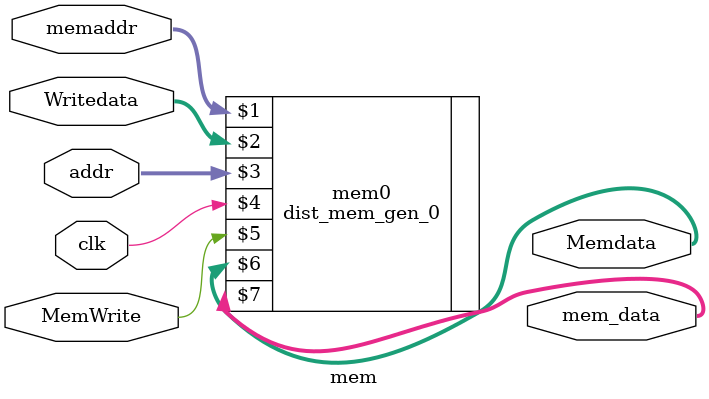
<source format=v>
`timescale 1ns / 1ps


module mem(
    input clk,
    input [7:0] memaddr,
    input [7:0] addr,
    input MemWrite,
    input [31:0] Writedata,
    output [31:0] Memdata,
    output [31:0] mem_data
    );
    dist_mem_gen_0 mem0(memaddr,Writedata,addr,clk,MemWrite,Memdata,mem_data);
endmodule

</source>
